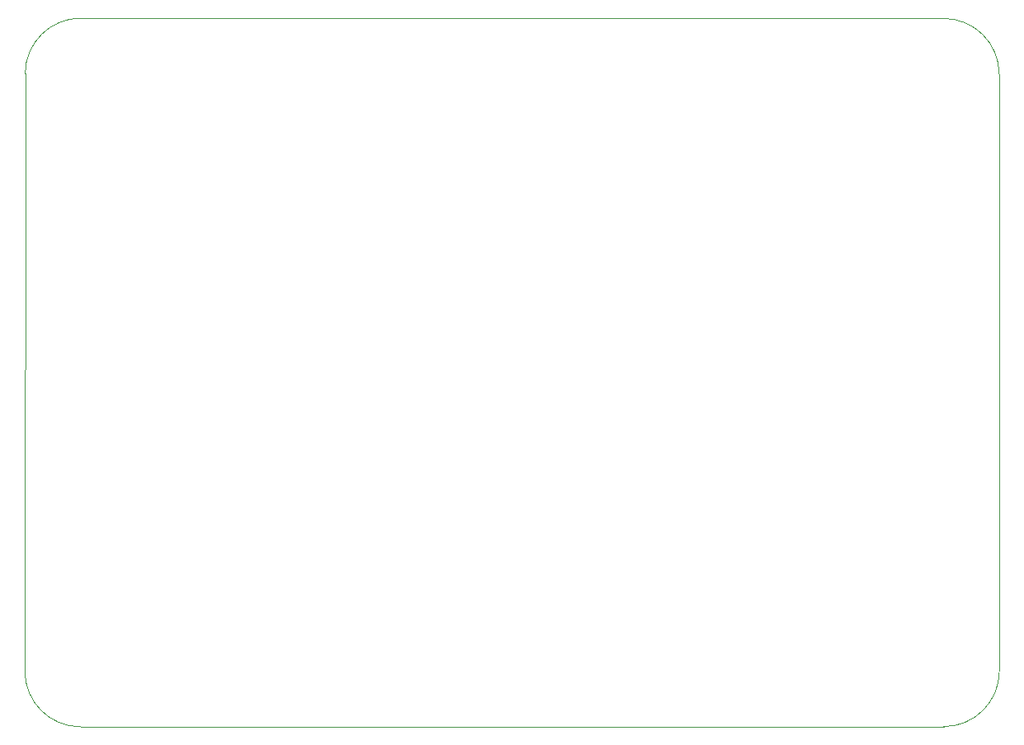
<source format=gbr>
%TF.GenerationSoftware,KiCad,Pcbnew,(5.99.0-7341-g2f3ca60c5e)*%
%TF.CreationDate,2021-11-12T09:56:42+01:00*%
%TF.ProjectId,MD Dumper Classic,4d442044-756d-4706-9572-20436c617373,rev?*%
%TF.SameCoordinates,Original*%
%TF.FileFunction,Profile,NP*%
%FSLAX46Y46*%
G04 Gerber Fmt 4.6, Leading zero omitted, Abs format (unit mm)*
G04 Created by KiCad (PCBNEW (5.99.0-7341-g2f3ca60c5e)) date 2021-11-12 09:56:42*
%MOMM*%
%LPD*%
G01*
G04 APERTURE LIST*
%TA.AperFunction,Profile*%
%ADD10C,0.100000*%
%TD*%
G04 APERTURE END LIST*
D10*
X108680000Y-49520003D02*
G75*
G03*
X102970003Y-55230000I0J-5709997D01*
G01*
X102940003Y-116610000D02*
G75*
G03*
X108650000Y-122319997I5709997J0D01*
G01*
X197282422Y-49547581D02*
X108680003Y-49520000D01*
X102940000Y-116609997D02*
X102970003Y-55230000D01*
X203012419Y-116592422D02*
X202992422Y-55257581D01*
X197302419Y-122302422D02*
X108650000Y-122319997D01*
X197302422Y-122302419D02*
G75*
G03*
X203012419Y-116592422I0J5709997D01*
G01*
X202992419Y-55257578D02*
G75*
G03*
X197282422Y-49547581I-5709997J0D01*
G01*
M02*

</source>
